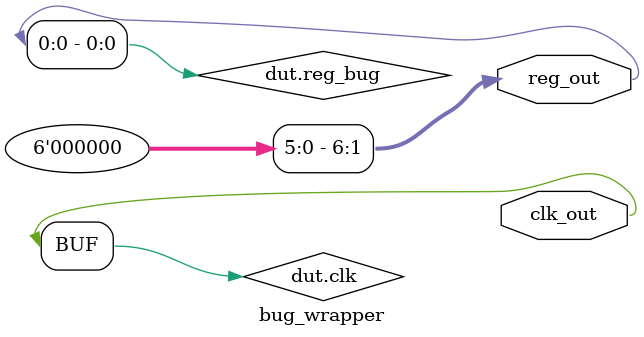
<source format=sv>
module bug_wrapper (
    output logic [6:0] reg_out,
    output logic clk_out
);
    bug dut();
    assign reg_out = dut.reg_bug;
    assign clk_out = dut.clk;
endmodule

</source>
